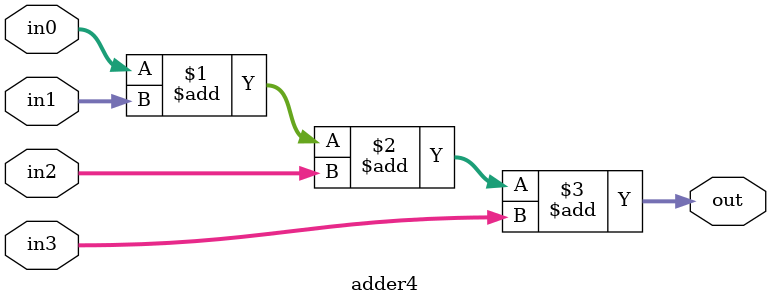
<source format=v>
module TreeAdder #(
    parameter DATA_WIDTH=16
)
(
    input wire                          clk,
    input wire                          rst_n,

    input wire signed [DATA_WIDTH-1:0]  PE0_in,
    input wire signed [DATA_WIDTH-1:0]  PE1_in,
    input wire signed [DATA_WIDTH-1:0]  PE2_in,
    input wire signed [DATA_WIDTH-1:0]  PE3_in,
    input wire signed [DATA_WIDTH-1:0]  PE4_in,
    input wire signed [DATA_WIDTH-1:0]  PE5_in,
    input wire signed [DATA_WIDTH-1:0]  PE6_in,
    input wire signed [DATA_WIDTH-1:0]  PE7_in,
    input wire signed [DATA_WIDTH-1:0]  PE8_in,
    input wire signed [DATA_WIDTH-1:0]  PE9_in,
    input wire signed [DATA_WIDTH-1:0]  PE10_in,
    input wire signed [DATA_WIDTH-1:0]  PE11_in,
    input wire signed [DATA_WIDTH-1:0]  PE12_in,
    input wire signed [DATA_WIDTH-1:0]  PE13_in,
    input wire signed [DATA_WIDTH-1:0]  PE14_in,
    input wire signed [DATA_WIDTH-1:0]  PE15_in,
    input wire                          PE_valid_in,

    output reg signed [DATA_WIDTH-1:0]  TreeAdder_out,
    output reg                          TreeAdder_valid_out
);
    wire signed [DATA_WIDTH-1:0]        sum_final_wr;
    wire signed [DATA_WIDTH-1:0]        sum0_wr;
    wire signed [DATA_WIDTH-1:0]        sum1_wr;
    wire signed [DATA_WIDTH-1:0]        sum2_wr;
    wire signed [DATA_WIDTH-1:0]        sum3_wr;

    reg signed [DATA_WIDTH-1:0]        sum0_rg;
    reg signed [DATA_WIDTH-1:0]        sum1_rg;
    reg signed [DATA_WIDTH-1:0]        sum2_rg;
    reg signed [DATA_WIDTH-1:0]        sum3_rg;

    assign TreeAdder_valid_out = PE_valid_in;

     always @(posedge clk or negedge rst_n) begin
        if (!rst_n) begin
            TreeAdder_out <= 0;
        end else if (TreeAdder_valid_out) begin
            TreeAdder_out <= TreeAdder_wr;
        end
    end

    adder4 adder0 (
        .in0(PE0_in), 
        .in1(PE1_in), 
        .in2(PE2_in), 
        .in3(PE3_in),
        .out(sum0_wr)
    );
    adder4 adder1 (
        .in0(PE4_in), 
        .in1(PE5_in), 
        .in2(PE6_in), 
        .in3(PE7_in),
        .out(sum1_wr)
    );
    adder4 adder2 (
        .in0(PE8_in), 
        .in1(PE9_in), 
        .in2(PE10_in), 
        .in3(PE11_in),
        .out(sum2_wr)
    );
    adder4 adder3 (
        .in0(PE12_in), 
        .in1(PE13_in), 
        .in2(PE14_in), 
        .in3(PE15_in),
        .out(sum3_wr)
    );

    always @(posedge clk or negedge rst_n) begin
        if (!rst_n) begin
            sum0_rg <= 0; 
            sum1_rg <= 0; 
            sum2_rg <= 0; 
            sum3_rg <= 0;
            valid_stage1_rg <= 0;
        end else begin
            sum0_rg <= sum0_wr;
            sum1_rg <= sum1_wr;
            sum2_rg <= sum2_wr;
            sum3_rg <= sum3_wr;
            valid_stage1_rg <= PE_valid_in; 
        end
    end

    adder4 adder_final (
        .in0(sum0_rg), 
        .in1(sum1_rg), 
        .in2(sum2_rg), 
        .in3(sum3_rg),
        .out(sum_final_wr)
    );
    always @(posedge clk or negedge rst_n) begin
        if (!rst_n) begin
            TreeAdder_out       <= 0;
            TreeAdder_valid_out <= 0;
        end else begin
            TreeAdder_out       <= sum_final_wr;
            TreeAdder_valid_out <= valid_stage1_rg; 
        end
    end
endmodule 

module adder4 #(
    parameter DATA_WIDTH=16
)
(
    input wire signed [DATA_WIDTH-1:0]  in0,
    input wire signed [DATA_WIDTH-1:0]  in1,
    input wire signed [DATA_WIDTH-1:0]  in2,
    input wire signed [DATA_WIDTH-1:0]  in3,

    output wire signed [DATA_WIDTH-1:0] out
);
    assign out = in0 + in1 + in2 + in3;
endmodule
</source>
